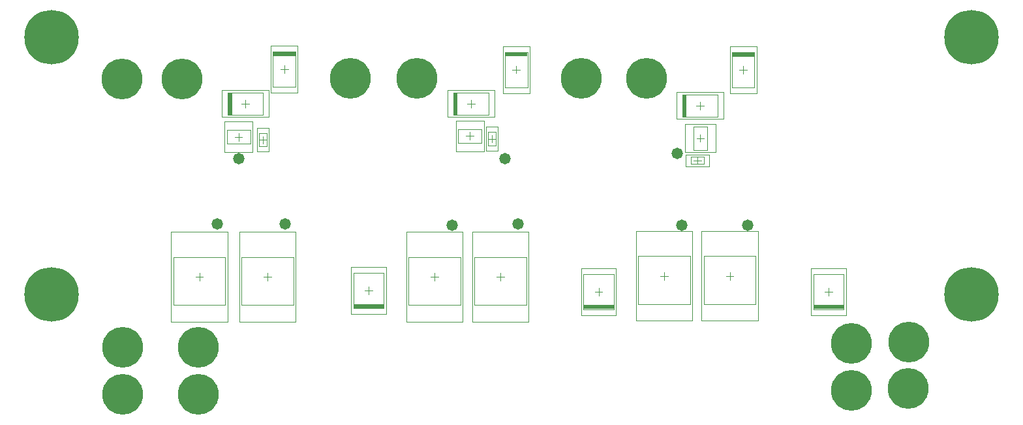
<source format=gbs>
G04*
G04 #@! TF.GenerationSoftware,Altium Limited,Altium Designer,18.1.6 (161)*
G04*
G04 Layer_Color=16711935*
%FSLAX25Y25*%
%MOIN*%
G70*
G01*
G75*
%ADD13C,0.00394*%
%ADD14R,0.11496X0.02420*%
%ADD15R,0.15512X0.02420*%
%ADD16R,0.02420X0.11496*%
%ADD17C,0.00197*%
%ADD38C,0.27800*%
%ADD39C,0.20800*%
%ADD40C,0.05800*%
D13*
X180604Y337496D02*
X192100D01*
X180604Y319504D02*
X192100D01*
Y337496D01*
X180604Y319504D02*
Y337496D01*
X237256Y206504D02*
Y224496D01*
X221744Y206504D02*
Y224496D01*
X237256D01*
X221744Y206504D02*
X237256D01*
X177370Y289102D02*
Y295992D01*
X173630Y289102D02*
Y295992D01*
X177370D01*
X173630Y289102D02*
X177370D01*
X156996Y297468D02*
X169004D01*
X156996Y290579D02*
X169004D01*
Y297468D01*
X156996Y290579D02*
Y297468D01*
X164453Y232594D02*
X191028D01*
X164453Y208106D02*
X191028D01*
Y232594D01*
X164453Y208106D02*
Y232594D01*
X389730Y304252D02*
Y315748D01*
X407722Y304252D02*
Y315748D01*
X389730D02*
X407722D01*
X389730Y304252D02*
X407722D01*
X472256Y205927D02*
Y223919D01*
X456744Y205927D02*
Y223919D01*
X472256D01*
X456744Y205927D02*
X472256D01*
X415130Y319150D02*
Y337142D01*
X426626Y319150D02*
Y337142D01*
X415130Y319150D02*
X426626D01*
X415130Y337142D02*
X426626D01*
X272730Y305252D02*
Y316748D01*
X290722Y305252D02*
Y316748D01*
X272730D02*
X290722D01*
X272730Y305252D02*
X290722D01*
X339244Y205960D02*
X354756D01*
X339244Y223952D02*
X354756D01*
X339244Y205960D02*
Y223952D01*
X354756Y205960D02*
Y223952D01*
X299204Y337402D02*
X310700D01*
X299204Y319410D02*
X310700D01*
Y337402D01*
X299204Y319410D02*
Y337402D01*
X157504Y305252D02*
Y316748D01*
X175496Y305252D02*
Y316748D01*
X157504D02*
X175496D01*
X157504Y305252D02*
X175496D01*
X367211Y233095D02*
X393786D01*
X367211Y208606D02*
X393786D01*
Y233095D01*
X367211Y208606D02*
Y233095D01*
X249897Y232695D02*
X276472D01*
X249897Y208206D02*
X276472D01*
Y232695D01*
X249897Y208206D02*
Y232695D01*
X129728Y232594D02*
X156303D01*
X129728Y208106D02*
X156303D01*
Y232594D01*
X129728Y208106D02*
Y232594D01*
X394055Y280130D02*
X400945D01*
X394055Y283870D02*
X400945D01*
Y280130D02*
Y283870D01*
X394055Y280130D02*
Y283870D01*
X290630Y289555D02*
X294370D01*
X290630Y296445D02*
X294370D01*
X290630Y289555D02*
Y296445D01*
X294370Y289555D02*
Y296445D01*
X402423Y287396D02*
Y299404D01*
X395533Y287396D02*
Y299404D01*
Y287396D02*
X402423D01*
X395533Y299404D02*
X402423D01*
X275256Y291029D02*
Y297919D01*
X287264Y291029D02*
Y297919D01*
X275256Y291029D02*
X287264D01*
X275256Y297919D02*
X287264D01*
X400727Y233095D02*
X427302D01*
X400727Y208606D02*
X427302D01*
Y233095D01*
X400727Y208606D02*
Y233095D01*
X283413Y232639D02*
X309987D01*
X283413Y208151D02*
X309987D01*
Y232639D01*
X283413Y208151D02*
Y232639D01*
X179462Y340508D02*
X193242D01*
X179462Y316492D02*
X193242D01*
Y340508D01*
X179462Y316492D02*
Y340508D01*
X186352Y326532D02*
Y330469D01*
X184383Y328500D02*
X188321D01*
X227532Y215500D02*
X231469D01*
X229500Y213531D02*
Y217469D01*
X238358Y203492D02*
Y227508D01*
X220642Y203492D02*
Y227508D01*
X238358D01*
X220642Y203492D02*
X238358D01*
X173630Y292547D02*
X177370D01*
X175500Y290677D02*
Y294417D01*
X163000Y292055D02*
Y295992D01*
X161031Y294024D02*
X164969D01*
X163370Y245488D02*
X192110D01*
X163370Y199622D02*
X192110D01*
Y245488D01*
X163370Y199622D02*
Y245488D01*
X177740Y220587D02*
Y224524D01*
X175772Y222555D02*
X179709D01*
X386718Y303110D02*
Y316890D01*
X410734Y303110D02*
Y316890D01*
X386718D02*
X410734D01*
X386718Y303110D02*
X410734D01*
X396758Y310000D02*
X400695D01*
X398726Y308032D02*
Y311968D01*
X462532Y214923D02*
X466468D01*
X464500Y212954D02*
Y216891D01*
X473358Y202915D02*
Y226931D01*
X455642Y202915D02*
Y226931D01*
X473358D01*
X455642Y202915D02*
X473358D01*
X418910Y328146D02*
X422847D01*
X420878Y326177D02*
Y330114D01*
X413988Y316138D02*
Y340154D01*
X427768Y316138D02*
Y340154D01*
X413988Y316138D02*
X427768D01*
X413988Y340154D02*
X427768D01*
X269718Y304110D02*
Y317890D01*
X293734Y304110D02*
Y317890D01*
X269718D02*
X293734D01*
X269718Y304110D02*
X293734D01*
X279757Y311000D02*
X283695D01*
X281726Y309032D02*
Y312968D01*
X338142Y202948D02*
X355858D01*
X338142Y226964D02*
X355858D01*
X338142Y202948D02*
Y226964D01*
X355858Y202948D02*
Y226964D01*
X347000Y212987D02*
Y216924D01*
X345031Y214956D02*
X348969D01*
X298062Y340414D02*
X311842D01*
X298062Y316398D02*
X311842D01*
Y340414D01*
X298062Y316398D02*
Y340414D01*
X304952Y326438D02*
Y330375D01*
X302983Y328406D02*
X306921D01*
X154492Y304110D02*
Y317890D01*
X178508Y304110D02*
Y317890D01*
X154492D02*
X178508D01*
X154492Y304110D02*
X178508D01*
X164532Y311000D02*
X168468D01*
X166500Y309032D02*
Y312968D01*
X366128Y245988D02*
X394868D01*
X366128Y200122D02*
X394868D01*
Y245988D01*
X366128Y200122D02*
Y245988D01*
X380498Y221087D02*
Y225024D01*
X378530Y223055D02*
X382467D01*
X248814Y245588D02*
X277554D01*
X248814Y199722D02*
X277554D01*
Y245588D01*
X248814Y199722D02*
Y245588D01*
X263184Y220687D02*
Y224624D01*
X261216Y222655D02*
X265153D01*
X128646Y245488D02*
X157386D01*
X128646Y199622D02*
X157386D01*
Y245488D01*
X128646Y199622D02*
Y245488D01*
X143016Y220587D02*
Y224524D01*
X141047Y222555D02*
X144984D01*
X397500Y280130D02*
Y283870D01*
X395630Y282000D02*
X399370D01*
X292500Y291130D02*
Y294870D01*
X290630Y293000D02*
X294370D01*
X397009Y293400D02*
X400947D01*
X398978Y291431D02*
Y295369D01*
X279291Y294474D02*
X283228D01*
X281260Y292506D02*
Y296443D01*
X399644Y245988D02*
X428384D01*
X399644Y200122D02*
X428384D01*
Y245988D01*
X399644Y200122D02*
Y245988D01*
X414014Y221087D02*
Y225024D01*
X412046Y223055D02*
X415983D01*
X282330Y245533D02*
X311070D01*
X282330Y199667D02*
X311070D01*
Y245533D01*
X282330Y199667D02*
Y245533D01*
X296700Y220632D02*
Y224569D01*
X294731Y222600D02*
X298669D01*
D14*
X186352Y336286D02*
D03*
X420878Y335932D02*
D03*
X304952Y336192D02*
D03*
D15*
X229500Y207714D02*
D03*
X464500Y207137D02*
D03*
X347000Y207170D02*
D03*
D16*
X390940Y310000D02*
D03*
X273939Y311000D02*
D03*
X158714D02*
D03*
D17*
X178453Y286445D02*
Y298650D01*
X172547Y286445D02*
Y298650D01*
X178453D01*
X172547Y286445D02*
X178453D01*
X155913Y301799D02*
X170087D01*
X155913Y286248D02*
X170087D01*
Y301799D01*
X155913Y286248D02*
Y301799D01*
X391398Y279047D02*
X403602D01*
X391398Y284953D02*
X403602D01*
Y279047D02*
Y284953D01*
X391398Y279047D02*
Y284953D01*
X289547Y286898D02*
X295453D01*
X289547Y299102D02*
X295453D01*
X289547Y286898D02*
Y299102D01*
X295453Y286898D02*
Y299102D01*
X406753Y286313D02*
Y300487D01*
X391202Y286313D02*
Y300487D01*
Y286313D02*
X406753D01*
X391202Y300487D02*
X406753D01*
X274173Y286698D02*
Y302250D01*
X288347Y286698D02*
Y302250D01*
X274173Y286698D02*
X288347D01*
X274173Y302250D02*
X288347D01*
D38*
X67500Y213500D02*
D03*
X537500Y345000D02*
D03*
X67500D02*
D03*
X537500Y213500D02*
D03*
D39*
X338000Y324000D02*
D03*
X103625Y323500D02*
D03*
X134000D02*
D03*
X505500Y189250D02*
D03*
X505200Y165500D02*
D03*
X476000Y164500D02*
D03*
Y188500D02*
D03*
X142500Y186500D02*
D03*
X254000Y324000D02*
D03*
X371483D02*
D03*
X103700Y162500D02*
D03*
Y186500D02*
D03*
X220000Y324000D02*
D03*
X142500Y162500D02*
D03*
D40*
X163000Y283000D02*
D03*
X152032Y249500D02*
D03*
X299000Y283000D02*
D03*
X389500Y249000D02*
D03*
X387000Y285500D02*
D03*
X423030Y249000D02*
D03*
X272200D02*
D03*
X305716Y249600D02*
D03*
X186756Y249500D02*
D03*
M02*

</source>
